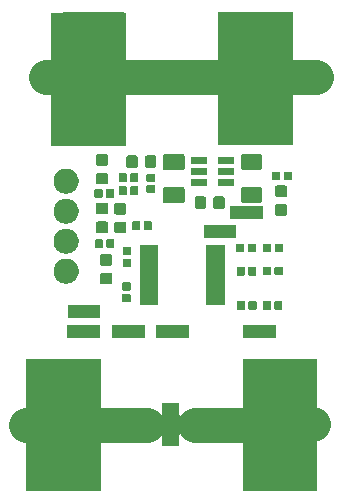
<source format=gbr>
%TF.GenerationSoftware,KiCad,Pcbnew,5.1.5-52549c5~84~ubuntu18.04.1*%
%TF.CreationDate,2020-03-03T14:54:20+01:00*%
%TF.ProjectId,HMC_RF_IPE,484d435f-5246-45f4-9950-452e6b696361,rev?*%
%TF.SameCoordinates,Original*%
%TF.FileFunction,Soldermask,Bot*%
%TF.FilePolarity,Negative*%
%FSLAX46Y46*%
G04 Gerber Fmt 4.6, Leading zero omitted, Abs format (unit mm)*
G04 Created by KiCad (PCBNEW 5.1.5-52549c5~84~ubuntu18.04.1) date 2020-03-03 14:54:20*
%MOMM*%
%LPD*%
G04 APERTURE LIST*
%ADD10C,0.100000*%
%ADD11C,3.000000*%
G04 APERTURE END LIST*
D10*
G36*
X136393410Y-97953200D02*
G01*
X130143410Y-97953200D01*
X130143410Y-86793200D01*
X136393410Y-86793200D01*
X136393410Y-97953200D01*
G37*
X136393410Y-97953200D02*
X130143410Y-97953200D01*
X130143410Y-86793200D01*
X136393410Y-86793200D01*
X136393410Y-97953200D01*
G36*
X154703410Y-97953200D02*
G01*
X148453410Y-97953200D01*
X148453410Y-86793200D01*
X154703410Y-86793200D01*
X154703410Y-97953200D01*
G37*
X154703410Y-97953200D02*
X148453410Y-97953200D01*
X148453410Y-86793200D01*
X154703410Y-86793200D01*
X154703410Y-97953200D01*
G36*
X152613410Y-68613200D02*
G01*
X146363410Y-68613200D01*
X146363410Y-57453200D01*
X152613410Y-57453200D01*
X152613410Y-68613200D01*
G37*
X152613410Y-68613200D02*
X146363410Y-68613200D01*
X146363410Y-57453200D01*
X152613410Y-57453200D01*
X152613410Y-68613200D01*
G36*
X138463410Y-68673200D02*
G01*
X132213410Y-68673200D01*
X132213410Y-57513200D01*
X138463410Y-57513200D01*
X138463410Y-68673200D01*
G37*
X138463410Y-68673200D02*
X132213410Y-68673200D01*
X132213410Y-57513200D01*
X138463410Y-57513200D01*
X138463410Y-68673200D01*
D11*
X154673410Y-62983200D02*
X131813410Y-62993200D01*
X140393410Y-92373200D02*
X130103410Y-92373200D01*
X154433410Y-92363200D02*
X144403410Y-92373200D01*
D10*
G36*
X153854410Y-97949200D02*
G01*
X148672410Y-97949200D01*
X148672410Y-95437200D01*
X153854410Y-95437200D01*
X153854410Y-97949200D01*
G37*
G36*
X136134410Y-97949200D02*
G01*
X130952410Y-97949200D01*
X130952410Y-95437200D01*
X136134410Y-95437200D01*
X136134410Y-97949200D01*
G37*
G36*
X143076809Y-91447201D02*
G01*
X143079211Y-91471587D01*
X143086324Y-91495036D01*
X143097875Y-91516647D01*
X143113420Y-91535589D01*
X143132362Y-91551134D01*
X143153973Y-91562685D01*
X143176954Y-91569656D01*
X143183925Y-91592637D01*
X143195476Y-91614248D01*
X143211021Y-91633190D01*
X143229963Y-91648735D01*
X143251574Y-91660286D01*
X143275023Y-91667399D01*
X143299409Y-91669801D01*
X144230810Y-91669801D01*
X144230810Y-93076599D01*
X143299409Y-93076599D01*
X143275023Y-93079001D01*
X143251574Y-93086114D01*
X143229963Y-93097665D01*
X143211021Y-93113210D01*
X143195476Y-93132152D01*
X143183925Y-93153763D01*
X143176954Y-93176744D01*
X143153973Y-93183715D01*
X143132362Y-93195266D01*
X143113420Y-93210811D01*
X143097875Y-93229753D01*
X143086324Y-93251364D01*
X143079211Y-93274813D01*
X143076809Y-93299199D01*
X143076809Y-94230600D01*
X141670011Y-94230600D01*
X141670011Y-93299199D01*
X141667609Y-93274813D01*
X141660496Y-93251364D01*
X141648945Y-93229753D01*
X141633400Y-93210811D01*
X141614458Y-93195266D01*
X141592847Y-93183715D01*
X141569866Y-93176744D01*
X141562895Y-93153763D01*
X141551344Y-93132152D01*
X141535799Y-93113210D01*
X141516857Y-93097665D01*
X141495246Y-93086114D01*
X141471797Y-93079001D01*
X141447411Y-93076599D01*
X140516010Y-93076599D01*
X140516010Y-91669801D01*
X141447411Y-91669801D01*
X141471797Y-91667399D01*
X141495246Y-91660286D01*
X141516857Y-91648735D01*
X141535799Y-91633190D01*
X141551344Y-91614248D01*
X141562895Y-91592637D01*
X141569866Y-91569656D01*
X141592847Y-91562685D01*
X141614458Y-91551134D01*
X141633400Y-91535589D01*
X141648945Y-91516647D01*
X141660496Y-91495036D01*
X141667609Y-91471587D01*
X141670011Y-91447201D01*
X141670011Y-90515800D01*
X143076809Y-90515800D01*
X143076809Y-91447201D01*
G37*
G36*
X153849410Y-92678200D02*
G01*
X151397410Y-92678200D01*
X151397410Y-92068200D01*
X153849410Y-92068200D01*
X153849410Y-92678200D01*
G37*
G36*
X133404410Y-92668200D02*
G01*
X130952410Y-92668200D01*
X130952410Y-92058200D01*
X133404410Y-92058200D01*
X133404410Y-92668200D01*
G37*
G36*
X153854410Y-89309200D02*
G01*
X148672410Y-89309200D01*
X148672410Y-86797200D01*
X153854410Y-86797200D01*
X153854410Y-89309200D01*
G37*
G36*
X136134410Y-89309200D02*
G01*
X130952410Y-89309200D01*
X130952410Y-86797200D01*
X136134410Y-86797200D01*
X136134410Y-89309200D01*
G37*
G36*
X143926076Y-85034200D02*
G01*
X141154076Y-85034200D01*
X141154076Y-83912200D01*
X143926076Y-83912200D01*
X143926076Y-85034200D01*
G37*
G36*
X140162743Y-85034200D02*
G01*
X137390743Y-85034200D01*
X137390743Y-83912200D01*
X140162743Y-83912200D01*
X140162743Y-85034200D01*
G37*
G36*
X151259410Y-85034200D02*
G01*
X148487410Y-85034200D01*
X148487410Y-83912200D01*
X151259410Y-83912200D01*
X151259410Y-85034200D01*
G37*
G36*
X136399410Y-85034200D02*
G01*
X133627410Y-85034200D01*
X133627410Y-83912200D01*
X136399410Y-83912200D01*
X136399410Y-85034200D01*
G37*
G36*
X136409410Y-83384200D02*
G01*
X133637410Y-83384200D01*
X133637410Y-82262200D01*
X136409410Y-82262200D01*
X136409410Y-83384200D01*
G37*
G36*
X151734758Y-81924116D02*
G01*
X151755377Y-81930371D01*
X151774373Y-81940524D01*
X151791028Y-81954192D01*
X151804696Y-81970847D01*
X151814849Y-81989843D01*
X151821104Y-82010462D01*
X151823820Y-82038040D01*
X151823820Y-82546760D01*
X151821104Y-82574338D01*
X151814849Y-82594957D01*
X151804696Y-82613953D01*
X151791028Y-82630608D01*
X151774373Y-82644276D01*
X151755377Y-82654429D01*
X151734758Y-82660684D01*
X151707180Y-82663400D01*
X151248460Y-82663400D01*
X151220882Y-82660684D01*
X151200263Y-82654429D01*
X151181267Y-82644276D01*
X151164612Y-82630608D01*
X151150944Y-82613953D01*
X151140791Y-82594957D01*
X151134536Y-82574338D01*
X151131820Y-82546760D01*
X151131820Y-82038040D01*
X151134536Y-82010462D01*
X151140791Y-81989843D01*
X151150944Y-81970847D01*
X151164612Y-81954192D01*
X151181267Y-81940524D01*
X151200263Y-81930371D01*
X151220882Y-81924116D01*
X151248460Y-81921400D01*
X151707180Y-81921400D01*
X151734758Y-81924116D01*
G37*
G36*
X150764758Y-81924116D02*
G01*
X150785377Y-81930371D01*
X150804373Y-81940524D01*
X150821028Y-81954192D01*
X150834696Y-81970847D01*
X150844849Y-81989843D01*
X150851104Y-82010462D01*
X150853820Y-82038040D01*
X150853820Y-82546760D01*
X150851104Y-82574338D01*
X150844849Y-82594957D01*
X150834696Y-82613953D01*
X150821028Y-82630608D01*
X150804373Y-82644276D01*
X150785377Y-82654429D01*
X150764758Y-82660684D01*
X150737180Y-82663400D01*
X150278460Y-82663400D01*
X150250882Y-82660684D01*
X150230263Y-82654429D01*
X150211267Y-82644276D01*
X150194612Y-82630608D01*
X150180944Y-82613953D01*
X150170791Y-82594957D01*
X150164536Y-82574338D01*
X150161820Y-82546760D01*
X150161820Y-82038040D01*
X150164536Y-82010462D01*
X150170791Y-81989843D01*
X150180944Y-81970847D01*
X150194612Y-81954192D01*
X150211267Y-81940524D01*
X150230263Y-81930371D01*
X150250882Y-81924116D01*
X150278460Y-81921400D01*
X150737180Y-81921400D01*
X150764758Y-81924116D01*
G37*
G36*
X148580758Y-81924116D02*
G01*
X148601377Y-81930371D01*
X148620373Y-81940524D01*
X148637028Y-81954192D01*
X148650696Y-81970847D01*
X148660849Y-81989843D01*
X148667104Y-82010462D01*
X148669820Y-82038040D01*
X148669820Y-82546760D01*
X148667104Y-82574338D01*
X148660849Y-82594957D01*
X148650696Y-82613953D01*
X148637028Y-82630608D01*
X148620373Y-82644276D01*
X148601377Y-82654429D01*
X148580758Y-82660684D01*
X148553180Y-82663400D01*
X148094460Y-82663400D01*
X148066882Y-82660684D01*
X148046263Y-82654429D01*
X148027267Y-82644276D01*
X148010612Y-82630608D01*
X147996944Y-82613953D01*
X147986791Y-82594957D01*
X147980536Y-82574338D01*
X147977820Y-82546760D01*
X147977820Y-82038040D01*
X147980536Y-82010462D01*
X147986791Y-81989843D01*
X147996944Y-81970847D01*
X148010612Y-81954192D01*
X148027267Y-81940524D01*
X148046263Y-81930371D01*
X148066882Y-81924116D01*
X148094460Y-81921400D01*
X148553180Y-81921400D01*
X148580758Y-81924116D01*
G37*
G36*
X149550758Y-81924116D02*
G01*
X149571377Y-81930371D01*
X149590373Y-81940524D01*
X149607028Y-81954192D01*
X149620696Y-81970847D01*
X149630849Y-81989843D01*
X149637104Y-82010462D01*
X149639820Y-82038040D01*
X149639820Y-82546760D01*
X149637104Y-82574338D01*
X149630849Y-82594957D01*
X149620696Y-82613953D01*
X149607028Y-82630608D01*
X149590373Y-82644276D01*
X149571377Y-82654429D01*
X149550758Y-82660684D01*
X149523180Y-82663400D01*
X149064460Y-82663400D01*
X149036882Y-82660684D01*
X149016263Y-82654429D01*
X148997267Y-82644276D01*
X148980612Y-82630608D01*
X148966944Y-82613953D01*
X148956791Y-82594957D01*
X148950536Y-82574338D01*
X148947820Y-82546760D01*
X148947820Y-82038040D01*
X148950536Y-82010462D01*
X148956791Y-81989843D01*
X148966944Y-81970847D01*
X148980612Y-81954192D01*
X148997267Y-81940524D01*
X149016263Y-81930371D01*
X149036882Y-81924116D01*
X149064460Y-81921400D01*
X149523180Y-81921400D01*
X149550758Y-81924116D01*
G37*
G36*
X146958410Y-82218999D02*
G01*
X145383210Y-82218999D01*
X145383210Y-77211401D01*
X146958410Y-77211401D01*
X146958410Y-82218999D01*
G37*
G36*
X141319610Y-82218999D02*
G01*
X139744410Y-82218999D01*
X139744410Y-77211401D01*
X141319610Y-77211401D01*
X141319610Y-82218999D01*
G37*
G36*
X138895348Y-81319916D02*
G01*
X138915967Y-81326171D01*
X138934963Y-81336324D01*
X138951618Y-81349992D01*
X138965286Y-81366647D01*
X138975439Y-81385643D01*
X138981694Y-81406262D01*
X138984410Y-81433840D01*
X138984410Y-81892560D01*
X138981694Y-81920138D01*
X138975439Y-81940757D01*
X138965286Y-81959753D01*
X138951618Y-81976408D01*
X138934963Y-81990076D01*
X138915967Y-82000229D01*
X138895348Y-82006484D01*
X138867770Y-82009200D01*
X138359050Y-82009200D01*
X138331472Y-82006484D01*
X138310853Y-82000229D01*
X138291857Y-81990076D01*
X138275202Y-81976408D01*
X138261534Y-81959753D01*
X138251381Y-81940757D01*
X138245126Y-81920138D01*
X138242410Y-81892560D01*
X138242410Y-81433840D01*
X138245126Y-81406262D01*
X138251381Y-81385643D01*
X138261534Y-81366647D01*
X138275202Y-81349992D01*
X138291857Y-81336324D01*
X138310853Y-81326171D01*
X138331472Y-81319916D01*
X138359050Y-81317200D01*
X138867770Y-81317200D01*
X138895348Y-81319916D01*
G37*
G36*
X138895348Y-80349916D02*
G01*
X138915967Y-80356171D01*
X138934963Y-80366324D01*
X138951618Y-80379992D01*
X138965286Y-80396647D01*
X138975439Y-80415643D01*
X138981694Y-80436262D01*
X138984410Y-80463840D01*
X138984410Y-80922560D01*
X138981694Y-80950138D01*
X138975439Y-80970757D01*
X138965286Y-80989753D01*
X138951618Y-81006408D01*
X138934963Y-81020076D01*
X138915967Y-81030229D01*
X138895348Y-81036484D01*
X138867770Y-81039200D01*
X138359050Y-81039200D01*
X138331472Y-81036484D01*
X138310853Y-81030229D01*
X138291857Y-81020076D01*
X138275202Y-81006408D01*
X138261534Y-80989753D01*
X138251381Y-80970757D01*
X138245126Y-80950138D01*
X138242410Y-80922560D01*
X138242410Y-80463840D01*
X138245126Y-80436262D01*
X138251381Y-80415643D01*
X138261534Y-80396647D01*
X138275202Y-80379992D01*
X138291857Y-80366324D01*
X138310853Y-80356171D01*
X138331472Y-80349916D01*
X138359050Y-80347200D01*
X138867770Y-80347200D01*
X138895348Y-80349916D01*
G37*
G36*
X137283001Y-79526285D02*
G01*
X137316979Y-79536593D01*
X137348300Y-79553334D01*
X137375749Y-79575861D01*
X137398276Y-79603310D01*
X137415017Y-79634631D01*
X137425325Y-79668609D01*
X137429410Y-79710090D01*
X137429410Y-80311310D01*
X137425325Y-80352791D01*
X137415017Y-80386769D01*
X137398276Y-80418090D01*
X137375749Y-80445539D01*
X137348300Y-80468066D01*
X137316979Y-80484807D01*
X137283001Y-80495115D01*
X137241520Y-80499200D01*
X136565300Y-80499200D01*
X136523819Y-80495115D01*
X136489841Y-80484807D01*
X136458520Y-80468066D01*
X136431071Y-80445539D01*
X136408544Y-80418090D01*
X136391803Y-80386769D01*
X136381495Y-80352791D01*
X136377410Y-80311310D01*
X136377410Y-79710090D01*
X136381495Y-79668609D01*
X136391803Y-79634631D01*
X136408544Y-79603310D01*
X136431071Y-79575861D01*
X136458520Y-79553334D01*
X136489841Y-79536593D01*
X136523819Y-79526285D01*
X136565300Y-79522200D01*
X137241520Y-79522200D01*
X137283001Y-79526285D01*
G37*
G36*
X133732494Y-78354992D02*
G01*
X133822892Y-78372973D01*
X133885934Y-78399086D01*
X134015983Y-78452954D01*
X134189756Y-78569065D01*
X134337545Y-78716854D01*
X134453656Y-78890627D01*
X134483853Y-78963529D01*
X134530801Y-79076871D01*
X134533637Y-79083719D01*
X134574410Y-79288699D01*
X134574410Y-79497701D01*
X134563344Y-79553334D01*
X134533637Y-79702682D01*
X134520487Y-79734429D01*
X134453656Y-79895773D01*
X134337545Y-80069546D01*
X134189756Y-80217335D01*
X134015983Y-80333446D01*
X133950985Y-80360369D01*
X133822892Y-80413427D01*
X133769305Y-80424086D01*
X133617911Y-80454200D01*
X133408909Y-80454200D01*
X133257515Y-80424086D01*
X133203928Y-80413427D01*
X133075835Y-80360369D01*
X133010837Y-80333446D01*
X132837064Y-80217335D01*
X132689275Y-80069546D01*
X132573164Y-79895773D01*
X132506333Y-79734429D01*
X132493183Y-79702682D01*
X132463476Y-79553334D01*
X132452410Y-79497701D01*
X132452410Y-79288699D01*
X132493183Y-79083719D01*
X132496020Y-79076871D01*
X132542967Y-78963529D01*
X132573164Y-78890627D01*
X132689275Y-78716854D01*
X132837064Y-78569065D01*
X133010837Y-78452954D01*
X133140886Y-78399086D01*
X133203928Y-78372973D01*
X133294326Y-78354992D01*
X133408909Y-78332200D01*
X133617911Y-78332200D01*
X133732494Y-78354992D01*
G37*
G36*
X149535348Y-79028916D02*
G01*
X149555967Y-79035171D01*
X149574963Y-79045324D01*
X149591618Y-79058992D01*
X149605286Y-79075647D01*
X149615439Y-79094643D01*
X149621694Y-79115262D01*
X149624410Y-79142840D01*
X149624410Y-79651560D01*
X149621694Y-79679138D01*
X149615439Y-79699757D01*
X149605286Y-79718753D01*
X149591618Y-79735408D01*
X149574963Y-79749076D01*
X149555967Y-79759229D01*
X149535348Y-79765484D01*
X149507770Y-79768200D01*
X149049050Y-79768200D01*
X149021472Y-79765484D01*
X149000853Y-79759229D01*
X148981857Y-79749076D01*
X148965202Y-79735408D01*
X148951534Y-79718753D01*
X148941381Y-79699757D01*
X148935126Y-79679138D01*
X148932410Y-79651560D01*
X148932410Y-79142840D01*
X148935126Y-79115262D01*
X148941381Y-79094643D01*
X148951534Y-79075647D01*
X148965202Y-79058992D01*
X148981857Y-79045324D01*
X149000853Y-79035171D01*
X149021472Y-79028916D01*
X149049050Y-79026200D01*
X149507770Y-79026200D01*
X149535348Y-79028916D01*
G37*
G36*
X148565348Y-79028916D02*
G01*
X148585967Y-79035171D01*
X148604963Y-79045324D01*
X148621618Y-79058992D01*
X148635286Y-79075647D01*
X148645439Y-79094643D01*
X148651694Y-79115262D01*
X148654410Y-79142840D01*
X148654410Y-79651560D01*
X148651694Y-79679138D01*
X148645439Y-79699757D01*
X148635286Y-79718753D01*
X148621618Y-79735408D01*
X148604963Y-79749076D01*
X148585967Y-79759229D01*
X148565348Y-79765484D01*
X148537770Y-79768200D01*
X148079050Y-79768200D01*
X148051472Y-79765484D01*
X148030853Y-79759229D01*
X148011857Y-79749076D01*
X147995202Y-79735408D01*
X147981534Y-79718753D01*
X147971381Y-79699757D01*
X147965126Y-79679138D01*
X147962410Y-79651560D01*
X147962410Y-79142840D01*
X147965126Y-79115262D01*
X147971381Y-79094643D01*
X147981534Y-79075647D01*
X147995202Y-79058992D01*
X148011857Y-79045324D01*
X148030853Y-79035171D01*
X148051472Y-79028916D01*
X148079050Y-79026200D01*
X148537770Y-79026200D01*
X148565348Y-79028916D01*
G37*
G36*
X151754758Y-79004116D02*
G01*
X151775377Y-79010371D01*
X151794373Y-79020524D01*
X151811028Y-79034192D01*
X151824696Y-79050847D01*
X151834849Y-79069843D01*
X151841104Y-79090462D01*
X151843820Y-79118040D01*
X151843820Y-79626760D01*
X151841104Y-79654338D01*
X151834849Y-79674957D01*
X151824696Y-79693953D01*
X151811028Y-79710608D01*
X151794373Y-79724276D01*
X151775377Y-79734429D01*
X151754758Y-79740684D01*
X151727180Y-79743400D01*
X151268460Y-79743400D01*
X151240882Y-79740684D01*
X151220263Y-79734429D01*
X151201267Y-79724276D01*
X151184612Y-79710608D01*
X151170944Y-79693953D01*
X151160791Y-79674957D01*
X151154536Y-79654338D01*
X151151820Y-79626760D01*
X151151820Y-79118040D01*
X151154536Y-79090462D01*
X151160791Y-79069843D01*
X151170944Y-79050847D01*
X151184612Y-79034192D01*
X151201267Y-79020524D01*
X151220263Y-79010371D01*
X151240882Y-79004116D01*
X151268460Y-79001400D01*
X151727180Y-79001400D01*
X151754758Y-79004116D01*
G37*
G36*
X150784758Y-79004116D02*
G01*
X150805377Y-79010371D01*
X150824373Y-79020524D01*
X150841028Y-79034192D01*
X150854696Y-79050847D01*
X150864849Y-79069843D01*
X150871104Y-79090462D01*
X150873820Y-79118040D01*
X150873820Y-79626760D01*
X150871104Y-79654338D01*
X150864849Y-79674957D01*
X150854696Y-79693953D01*
X150841028Y-79710608D01*
X150824373Y-79724276D01*
X150805377Y-79734429D01*
X150784758Y-79740684D01*
X150757180Y-79743400D01*
X150298460Y-79743400D01*
X150270882Y-79740684D01*
X150250263Y-79734429D01*
X150231267Y-79724276D01*
X150214612Y-79710608D01*
X150200944Y-79693953D01*
X150190791Y-79674957D01*
X150184536Y-79654338D01*
X150181820Y-79626760D01*
X150181820Y-79118040D01*
X150184536Y-79090462D01*
X150190791Y-79069843D01*
X150200944Y-79050847D01*
X150214612Y-79034192D01*
X150231267Y-79020524D01*
X150250263Y-79010371D01*
X150270882Y-79004116D01*
X150298460Y-79001400D01*
X150757180Y-79001400D01*
X150784758Y-79004116D01*
G37*
G36*
X138955348Y-78324916D02*
G01*
X138975967Y-78331171D01*
X138994963Y-78341324D01*
X139011618Y-78354992D01*
X139025286Y-78371647D01*
X139035439Y-78390643D01*
X139041694Y-78411262D01*
X139044410Y-78438840D01*
X139044410Y-78897560D01*
X139041694Y-78925138D01*
X139035439Y-78945757D01*
X139025286Y-78964753D01*
X139011618Y-78981408D01*
X138994963Y-78995076D01*
X138975967Y-79005229D01*
X138955348Y-79011484D01*
X138927770Y-79014200D01*
X138419050Y-79014200D01*
X138391472Y-79011484D01*
X138370853Y-79005229D01*
X138351857Y-78995076D01*
X138335202Y-78981408D01*
X138321534Y-78964753D01*
X138311381Y-78945757D01*
X138305126Y-78925138D01*
X138302410Y-78897560D01*
X138302410Y-78438840D01*
X138305126Y-78411262D01*
X138311381Y-78390643D01*
X138321534Y-78371647D01*
X138335202Y-78354992D01*
X138351857Y-78341324D01*
X138370853Y-78331171D01*
X138391472Y-78324916D01*
X138419050Y-78322200D01*
X138927770Y-78322200D01*
X138955348Y-78324916D01*
G37*
G36*
X137283001Y-77951285D02*
G01*
X137316979Y-77961593D01*
X137348300Y-77978334D01*
X137375749Y-78000861D01*
X137398276Y-78028310D01*
X137415017Y-78059631D01*
X137425325Y-78093609D01*
X137429410Y-78135090D01*
X137429410Y-78736310D01*
X137425325Y-78777791D01*
X137415017Y-78811769D01*
X137398276Y-78843090D01*
X137375749Y-78870539D01*
X137348300Y-78893066D01*
X137316979Y-78909807D01*
X137283001Y-78920115D01*
X137241520Y-78924200D01*
X136565300Y-78924200D01*
X136523819Y-78920115D01*
X136489841Y-78909807D01*
X136458520Y-78893066D01*
X136431071Y-78870539D01*
X136408544Y-78843090D01*
X136391803Y-78811769D01*
X136381495Y-78777791D01*
X136377410Y-78736310D01*
X136377410Y-78135090D01*
X136381495Y-78093609D01*
X136391803Y-78059631D01*
X136408544Y-78028310D01*
X136431071Y-78000861D01*
X136458520Y-77978334D01*
X136489841Y-77961593D01*
X136523819Y-77951285D01*
X136565300Y-77947200D01*
X137241520Y-77947200D01*
X137283001Y-77951285D01*
G37*
G36*
X138955348Y-77354916D02*
G01*
X138975967Y-77361171D01*
X138994963Y-77371324D01*
X139011618Y-77384992D01*
X139025286Y-77401647D01*
X139035439Y-77420643D01*
X139041694Y-77441262D01*
X139044410Y-77468840D01*
X139044410Y-77927560D01*
X139041694Y-77955138D01*
X139035439Y-77975757D01*
X139025286Y-77994753D01*
X139011618Y-78011408D01*
X138994963Y-78025076D01*
X138975967Y-78035229D01*
X138955348Y-78041484D01*
X138927770Y-78044200D01*
X138419050Y-78044200D01*
X138391472Y-78041484D01*
X138370853Y-78035229D01*
X138351857Y-78025076D01*
X138335202Y-78011408D01*
X138321534Y-77994753D01*
X138311381Y-77975757D01*
X138305126Y-77955138D01*
X138302410Y-77927560D01*
X138302410Y-77468840D01*
X138305126Y-77441262D01*
X138311381Y-77420643D01*
X138321534Y-77401647D01*
X138335202Y-77384992D01*
X138351857Y-77371324D01*
X138370853Y-77361171D01*
X138391472Y-77354916D01*
X138419050Y-77352200D01*
X138927770Y-77352200D01*
X138955348Y-77354916D01*
G37*
G36*
X133754564Y-75819382D02*
G01*
X133822892Y-75832973D01*
X133896660Y-75863529D01*
X134015983Y-75912954D01*
X134189756Y-76029065D01*
X134337545Y-76176854D01*
X134453656Y-76350627D01*
X134533637Y-76543719D01*
X134573251Y-76742871D01*
X134574410Y-76748701D01*
X134574410Y-76957699D01*
X134533637Y-77162682D01*
X134502770Y-77237200D01*
X134453656Y-77355773D01*
X134337545Y-77529546D01*
X134189756Y-77677335D01*
X134015983Y-77793446D01*
X133919437Y-77833436D01*
X133822892Y-77873427D01*
X133754564Y-77887018D01*
X133617911Y-77914200D01*
X133408909Y-77914200D01*
X133272256Y-77887018D01*
X133203928Y-77873427D01*
X133107383Y-77833436D01*
X133010837Y-77793446D01*
X132837064Y-77677335D01*
X132689275Y-77529546D01*
X132573164Y-77355773D01*
X132524050Y-77237200D01*
X132493183Y-77162682D01*
X132452410Y-76957699D01*
X132452410Y-76748701D01*
X132453570Y-76742871D01*
X132493183Y-76543719D01*
X132573164Y-76350627D01*
X132689275Y-76176854D01*
X132837064Y-76029065D01*
X133010837Y-75912954D01*
X133130160Y-75863529D01*
X133203928Y-75832973D01*
X133272256Y-75819382D01*
X133408909Y-75792200D01*
X133617911Y-75792200D01*
X133754564Y-75819382D01*
G37*
G36*
X148505348Y-77066916D02*
G01*
X148525967Y-77073171D01*
X148544963Y-77083324D01*
X148561618Y-77096992D01*
X148575286Y-77113647D01*
X148585439Y-77132643D01*
X148591694Y-77153262D01*
X148594410Y-77180840D01*
X148594410Y-77689560D01*
X148591694Y-77717138D01*
X148585439Y-77737757D01*
X148575286Y-77756753D01*
X148561618Y-77773408D01*
X148544963Y-77787076D01*
X148525967Y-77797229D01*
X148505348Y-77803484D01*
X148477770Y-77806200D01*
X148019050Y-77806200D01*
X147991472Y-77803484D01*
X147970853Y-77797229D01*
X147951857Y-77787076D01*
X147935202Y-77773408D01*
X147921534Y-77756753D01*
X147911381Y-77737757D01*
X147905126Y-77717138D01*
X147902410Y-77689560D01*
X147902410Y-77180840D01*
X147905126Y-77153262D01*
X147911381Y-77132643D01*
X147921534Y-77113647D01*
X147935202Y-77096992D01*
X147951857Y-77083324D01*
X147970853Y-77073171D01*
X147991472Y-77066916D01*
X148019050Y-77064200D01*
X148477770Y-77064200D01*
X148505348Y-77066916D01*
G37*
G36*
X149475348Y-77066916D02*
G01*
X149495967Y-77073171D01*
X149514963Y-77083324D01*
X149531618Y-77096992D01*
X149545286Y-77113647D01*
X149555439Y-77132643D01*
X149561694Y-77153262D01*
X149564410Y-77180840D01*
X149564410Y-77689560D01*
X149561694Y-77717138D01*
X149555439Y-77737757D01*
X149545286Y-77756753D01*
X149531618Y-77773408D01*
X149514963Y-77787076D01*
X149495967Y-77797229D01*
X149475348Y-77803484D01*
X149447770Y-77806200D01*
X148989050Y-77806200D01*
X148961472Y-77803484D01*
X148940853Y-77797229D01*
X148921857Y-77787076D01*
X148905202Y-77773408D01*
X148891534Y-77756753D01*
X148881381Y-77737757D01*
X148875126Y-77717138D01*
X148872410Y-77689560D01*
X148872410Y-77180840D01*
X148875126Y-77153262D01*
X148881381Y-77132643D01*
X148891534Y-77113647D01*
X148905202Y-77096992D01*
X148921857Y-77083324D01*
X148940853Y-77073171D01*
X148961472Y-77066916D01*
X148989050Y-77064200D01*
X149447770Y-77064200D01*
X149475348Y-77066916D01*
G37*
G36*
X151765348Y-77056916D02*
G01*
X151785967Y-77063171D01*
X151804963Y-77073324D01*
X151821618Y-77086992D01*
X151835286Y-77103647D01*
X151845439Y-77122643D01*
X151851694Y-77143262D01*
X151854410Y-77170840D01*
X151854410Y-77679560D01*
X151851694Y-77707138D01*
X151845439Y-77727757D01*
X151835286Y-77746753D01*
X151821618Y-77763408D01*
X151804963Y-77777076D01*
X151785967Y-77787229D01*
X151765348Y-77793484D01*
X151737770Y-77796200D01*
X151279050Y-77796200D01*
X151251472Y-77793484D01*
X151230853Y-77787229D01*
X151211857Y-77777076D01*
X151195202Y-77763408D01*
X151181534Y-77746753D01*
X151171381Y-77727757D01*
X151165126Y-77707138D01*
X151162410Y-77679560D01*
X151162410Y-77170840D01*
X151165126Y-77143262D01*
X151171381Y-77122643D01*
X151181534Y-77103647D01*
X151195202Y-77086992D01*
X151211857Y-77073324D01*
X151230853Y-77063171D01*
X151251472Y-77056916D01*
X151279050Y-77054200D01*
X151737770Y-77054200D01*
X151765348Y-77056916D01*
G37*
G36*
X150795348Y-77056916D02*
G01*
X150815967Y-77063171D01*
X150834963Y-77073324D01*
X150851618Y-77086992D01*
X150865286Y-77103647D01*
X150875439Y-77122643D01*
X150881694Y-77143262D01*
X150884410Y-77170840D01*
X150884410Y-77679560D01*
X150881694Y-77707138D01*
X150875439Y-77727757D01*
X150865286Y-77746753D01*
X150851618Y-77763408D01*
X150834963Y-77777076D01*
X150815967Y-77787229D01*
X150795348Y-77793484D01*
X150767770Y-77796200D01*
X150309050Y-77796200D01*
X150281472Y-77793484D01*
X150260853Y-77787229D01*
X150241857Y-77777076D01*
X150225202Y-77763408D01*
X150211534Y-77746753D01*
X150201381Y-77727757D01*
X150195126Y-77707138D01*
X150192410Y-77679560D01*
X150192410Y-77170840D01*
X150195126Y-77143262D01*
X150201381Y-77122643D01*
X150211534Y-77103647D01*
X150225202Y-77086992D01*
X150241857Y-77073324D01*
X150260853Y-77063171D01*
X150281472Y-77056916D01*
X150309050Y-77054200D01*
X150767770Y-77054200D01*
X150795348Y-77056916D01*
G37*
G36*
X137515348Y-76694916D02*
G01*
X137535967Y-76701171D01*
X137554963Y-76711324D01*
X137571618Y-76724992D01*
X137585286Y-76741647D01*
X137595439Y-76760643D01*
X137601694Y-76781262D01*
X137604410Y-76808840D01*
X137604410Y-77317560D01*
X137601694Y-77345138D01*
X137595439Y-77365757D01*
X137585286Y-77384753D01*
X137571618Y-77401408D01*
X137554963Y-77415076D01*
X137535967Y-77425229D01*
X137515348Y-77431484D01*
X137487770Y-77434200D01*
X137029050Y-77434200D01*
X137001472Y-77431484D01*
X136980853Y-77425229D01*
X136961857Y-77415076D01*
X136945202Y-77401408D01*
X136931534Y-77384753D01*
X136921381Y-77365757D01*
X136915126Y-77345138D01*
X136912410Y-77317560D01*
X136912410Y-76808840D01*
X136915126Y-76781262D01*
X136921381Y-76760643D01*
X136931534Y-76741647D01*
X136945202Y-76724992D01*
X136961857Y-76711324D01*
X136980853Y-76701171D01*
X137001472Y-76694916D01*
X137029050Y-76692200D01*
X137487770Y-76692200D01*
X137515348Y-76694916D01*
G37*
G36*
X136545348Y-76694916D02*
G01*
X136565967Y-76701171D01*
X136584963Y-76711324D01*
X136601618Y-76724992D01*
X136615286Y-76741647D01*
X136625439Y-76760643D01*
X136631694Y-76781262D01*
X136634410Y-76808840D01*
X136634410Y-77317560D01*
X136631694Y-77345138D01*
X136625439Y-77365757D01*
X136615286Y-77384753D01*
X136601618Y-77401408D01*
X136584963Y-77415076D01*
X136565967Y-77425229D01*
X136545348Y-77431484D01*
X136517770Y-77434200D01*
X136059050Y-77434200D01*
X136031472Y-77431484D01*
X136010853Y-77425229D01*
X135991857Y-77415076D01*
X135975202Y-77401408D01*
X135961534Y-77384753D01*
X135951381Y-77365757D01*
X135945126Y-77345138D01*
X135942410Y-77317560D01*
X135942410Y-76808840D01*
X135945126Y-76781262D01*
X135951381Y-76760643D01*
X135961534Y-76741647D01*
X135975202Y-76724992D01*
X135991857Y-76711324D01*
X136010853Y-76701171D01*
X136031472Y-76694916D01*
X136059050Y-76692200D01*
X136517770Y-76692200D01*
X136545348Y-76694916D01*
G37*
G36*
X147919410Y-76594200D02*
G01*
X145147410Y-76594200D01*
X145147410Y-75472200D01*
X147919410Y-75472200D01*
X147919410Y-76594200D01*
G37*
G36*
X138463001Y-75196285D02*
G01*
X138496979Y-75206593D01*
X138528300Y-75223334D01*
X138555749Y-75245861D01*
X138578276Y-75273310D01*
X138595017Y-75304631D01*
X138605325Y-75338609D01*
X138609410Y-75380090D01*
X138609410Y-75981310D01*
X138605325Y-76022791D01*
X138595017Y-76056769D01*
X138578276Y-76088090D01*
X138555749Y-76115539D01*
X138528300Y-76138066D01*
X138496979Y-76154807D01*
X138463001Y-76165115D01*
X138421520Y-76169200D01*
X137745300Y-76169200D01*
X137703819Y-76165115D01*
X137669841Y-76154807D01*
X137638520Y-76138066D01*
X137611071Y-76115539D01*
X137588544Y-76088090D01*
X137571803Y-76056769D01*
X137561495Y-76022791D01*
X137557410Y-75981310D01*
X137557410Y-75380090D01*
X137561495Y-75338609D01*
X137571803Y-75304631D01*
X137588544Y-75273310D01*
X137611071Y-75245861D01*
X137638520Y-75223334D01*
X137669841Y-75206593D01*
X137703819Y-75196285D01*
X137745300Y-75192200D01*
X138421520Y-75192200D01*
X138463001Y-75196285D01*
G37*
G36*
X136923001Y-75186285D02*
G01*
X136956979Y-75196593D01*
X136988300Y-75213334D01*
X137015749Y-75235861D01*
X137038276Y-75263310D01*
X137055017Y-75294631D01*
X137065325Y-75328609D01*
X137069410Y-75370090D01*
X137069410Y-75971310D01*
X137065325Y-76012791D01*
X137055017Y-76046769D01*
X137038276Y-76078090D01*
X137015749Y-76105539D01*
X136988300Y-76128066D01*
X136956979Y-76144807D01*
X136923001Y-76155115D01*
X136881520Y-76159200D01*
X136205300Y-76159200D01*
X136163819Y-76155115D01*
X136129841Y-76144807D01*
X136098520Y-76128066D01*
X136071071Y-76105539D01*
X136048544Y-76078090D01*
X136031803Y-76046769D01*
X136021495Y-76012791D01*
X136017410Y-75971310D01*
X136017410Y-75370090D01*
X136021495Y-75328609D01*
X136031803Y-75294631D01*
X136048544Y-75263310D01*
X136071071Y-75235861D01*
X136098520Y-75213334D01*
X136129841Y-75196593D01*
X136163819Y-75186285D01*
X136205300Y-75182200D01*
X136881520Y-75182200D01*
X136923001Y-75186285D01*
G37*
G36*
X140680348Y-75174916D02*
G01*
X140700967Y-75181171D01*
X140719963Y-75191324D01*
X140736618Y-75204992D01*
X140750286Y-75221647D01*
X140760439Y-75240643D01*
X140766694Y-75261262D01*
X140769410Y-75288840D01*
X140769410Y-75797560D01*
X140766694Y-75825138D01*
X140760439Y-75845757D01*
X140750286Y-75864753D01*
X140736618Y-75881408D01*
X140719963Y-75895076D01*
X140700967Y-75905229D01*
X140680348Y-75911484D01*
X140652770Y-75914200D01*
X140194050Y-75914200D01*
X140166472Y-75911484D01*
X140145853Y-75905229D01*
X140126857Y-75895076D01*
X140110202Y-75881408D01*
X140096534Y-75864753D01*
X140086381Y-75845757D01*
X140080126Y-75825138D01*
X140077410Y-75797560D01*
X140077410Y-75288840D01*
X140080126Y-75261262D01*
X140086381Y-75240643D01*
X140096534Y-75221647D01*
X140110202Y-75204992D01*
X140126857Y-75191324D01*
X140145853Y-75181171D01*
X140166472Y-75174916D01*
X140194050Y-75172200D01*
X140652770Y-75172200D01*
X140680348Y-75174916D01*
G37*
G36*
X139710348Y-75174916D02*
G01*
X139730967Y-75181171D01*
X139749963Y-75191324D01*
X139766618Y-75204992D01*
X139780286Y-75221647D01*
X139790439Y-75240643D01*
X139796694Y-75261262D01*
X139799410Y-75288840D01*
X139799410Y-75797560D01*
X139796694Y-75825138D01*
X139790439Y-75845757D01*
X139780286Y-75864753D01*
X139766618Y-75881408D01*
X139749963Y-75895076D01*
X139730967Y-75905229D01*
X139710348Y-75911484D01*
X139682770Y-75914200D01*
X139224050Y-75914200D01*
X139196472Y-75911484D01*
X139175853Y-75905229D01*
X139156857Y-75895076D01*
X139140202Y-75881408D01*
X139126534Y-75864753D01*
X139116381Y-75845757D01*
X139110126Y-75825138D01*
X139107410Y-75797560D01*
X139107410Y-75288840D01*
X139110126Y-75261262D01*
X139116381Y-75240643D01*
X139126534Y-75221647D01*
X139140202Y-75204992D01*
X139156857Y-75191324D01*
X139175853Y-75181171D01*
X139196472Y-75174916D01*
X139224050Y-75172200D01*
X139682770Y-75172200D01*
X139710348Y-75174916D01*
G37*
G36*
X133754564Y-73279382D02*
G01*
X133822892Y-73292973D01*
X133919437Y-73332963D01*
X134015983Y-73372954D01*
X134189756Y-73489065D01*
X134337545Y-73636854D01*
X134453656Y-73810627D01*
X134470565Y-73851450D01*
X134533637Y-74003718D01*
X134543945Y-74055539D01*
X134574410Y-74208699D01*
X134574410Y-74417701D01*
X134549976Y-74540539D01*
X134542770Y-74576769D01*
X134533637Y-74622681D01*
X134453656Y-74815773D01*
X134337545Y-74989546D01*
X134189756Y-75137335D01*
X134015983Y-75253446D01*
X133930534Y-75288840D01*
X133822892Y-75333427D01*
X133774865Y-75342980D01*
X133617911Y-75374200D01*
X133408909Y-75374200D01*
X133251955Y-75342980D01*
X133203928Y-75333427D01*
X133096286Y-75288840D01*
X133010837Y-75253446D01*
X132837064Y-75137335D01*
X132689275Y-74989546D01*
X132573164Y-74815773D01*
X132493183Y-74622681D01*
X132484051Y-74576769D01*
X132476844Y-74540539D01*
X132452410Y-74417701D01*
X132452410Y-74208699D01*
X132482875Y-74055539D01*
X132493183Y-74003718D01*
X132556255Y-73851450D01*
X132573164Y-73810627D01*
X132689275Y-73636854D01*
X132837064Y-73489065D01*
X133010837Y-73372954D01*
X133107383Y-73332963D01*
X133203928Y-73292973D01*
X133272256Y-73279382D01*
X133408909Y-73252200D01*
X133617911Y-73252200D01*
X133754564Y-73279382D01*
G37*
G36*
X150189410Y-74984200D02*
G01*
X147417410Y-74984200D01*
X147417410Y-73862200D01*
X150189410Y-73862200D01*
X150189410Y-74984200D01*
G37*
G36*
X152093001Y-73716285D02*
G01*
X152126979Y-73726593D01*
X152158300Y-73743334D01*
X152185749Y-73765861D01*
X152208276Y-73793310D01*
X152225017Y-73824631D01*
X152235325Y-73858609D01*
X152239410Y-73900090D01*
X152239410Y-74501310D01*
X152235325Y-74542791D01*
X152225017Y-74576769D01*
X152208276Y-74608090D01*
X152185749Y-74635539D01*
X152158300Y-74658066D01*
X152126979Y-74674807D01*
X152093001Y-74685115D01*
X152051520Y-74689200D01*
X151375300Y-74689200D01*
X151333819Y-74685115D01*
X151299841Y-74674807D01*
X151268520Y-74658066D01*
X151241071Y-74635539D01*
X151218544Y-74608090D01*
X151201803Y-74576769D01*
X151191495Y-74542791D01*
X151187410Y-74501310D01*
X151187410Y-73900090D01*
X151191495Y-73858609D01*
X151201803Y-73824631D01*
X151218544Y-73793310D01*
X151241071Y-73765861D01*
X151268520Y-73743334D01*
X151299841Y-73726593D01*
X151333819Y-73716285D01*
X151375300Y-73712200D01*
X152051520Y-73712200D01*
X152093001Y-73716285D01*
G37*
G36*
X138463001Y-73621285D02*
G01*
X138496979Y-73631593D01*
X138528300Y-73648334D01*
X138555749Y-73670861D01*
X138578276Y-73698310D01*
X138595017Y-73729631D01*
X138605325Y-73763609D01*
X138609410Y-73805090D01*
X138609410Y-74406310D01*
X138605325Y-74447791D01*
X138595017Y-74481769D01*
X138578276Y-74513090D01*
X138555749Y-74540539D01*
X138528300Y-74563066D01*
X138496979Y-74579807D01*
X138463001Y-74590115D01*
X138421520Y-74594200D01*
X137745300Y-74594200D01*
X137703819Y-74590115D01*
X137669841Y-74579807D01*
X137638520Y-74563066D01*
X137611071Y-74540539D01*
X137588544Y-74513090D01*
X137571803Y-74481769D01*
X137561495Y-74447791D01*
X137557410Y-74406310D01*
X137557410Y-73805090D01*
X137561495Y-73763609D01*
X137571803Y-73729631D01*
X137588544Y-73698310D01*
X137611071Y-73670861D01*
X137638520Y-73648334D01*
X137669841Y-73631593D01*
X137703819Y-73621285D01*
X137745300Y-73617200D01*
X138421520Y-73617200D01*
X138463001Y-73621285D01*
G37*
G36*
X136923001Y-73611285D02*
G01*
X136956979Y-73621593D01*
X136988300Y-73638334D01*
X137015749Y-73660861D01*
X137038276Y-73688310D01*
X137055017Y-73719631D01*
X137065325Y-73753609D01*
X137069410Y-73795090D01*
X137069410Y-74396310D01*
X137065325Y-74437791D01*
X137055017Y-74471769D01*
X137038276Y-74503090D01*
X137015749Y-74530539D01*
X136988300Y-74553066D01*
X136956979Y-74569807D01*
X136923001Y-74580115D01*
X136881520Y-74584200D01*
X136205300Y-74584200D01*
X136163819Y-74580115D01*
X136129841Y-74569807D01*
X136098520Y-74553066D01*
X136071071Y-74530539D01*
X136048544Y-74503090D01*
X136031803Y-74471769D01*
X136021495Y-74437791D01*
X136017410Y-74396310D01*
X136017410Y-73795090D01*
X136021495Y-73753609D01*
X136031803Y-73719631D01*
X136048544Y-73688310D01*
X136071071Y-73660861D01*
X136098520Y-73638334D01*
X136129841Y-73621593D01*
X136163819Y-73611285D01*
X136205300Y-73607200D01*
X136881520Y-73607200D01*
X136923001Y-73611285D01*
G37*
G36*
X146793001Y-73061285D02*
G01*
X146826979Y-73071593D01*
X146858300Y-73088334D01*
X146885749Y-73110861D01*
X146908276Y-73138310D01*
X146925017Y-73169631D01*
X146935325Y-73203609D01*
X146939410Y-73245090D01*
X146939410Y-73921310D01*
X146935325Y-73962791D01*
X146925017Y-73996769D01*
X146908276Y-74028090D01*
X146885749Y-74055539D01*
X146858300Y-74078066D01*
X146826979Y-74094807D01*
X146793001Y-74105115D01*
X146751520Y-74109200D01*
X146150300Y-74109200D01*
X146108819Y-74105115D01*
X146074841Y-74094807D01*
X146043520Y-74078066D01*
X146016071Y-74055539D01*
X145993544Y-74028090D01*
X145976803Y-73996769D01*
X145966495Y-73962791D01*
X145962410Y-73921310D01*
X145962410Y-73245090D01*
X145966495Y-73203609D01*
X145976803Y-73169631D01*
X145993544Y-73138310D01*
X146016071Y-73110861D01*
X146043520Y-73088334D01*
X146074841Y-73071593D01*
X146108819Y-73061285D01*
X146150300Y-73057200D01*
X146751520Y-73057200D01*
X146793001Y-73061285D01*
G37*
G36*
X145218001Y-73061285D02*
G01*
X145251979Y-73071593D01*
X145283300Y-73088334D01*
X145310749Y-73110861D01*
X145333276Y-73138310D01*
X145350017Y-73169631D01*
X145360325Y-73203609D01*
X145364410Y-73245090D01*
X145364410Y-73921310D01*
X145360325Y-73962791D01*
X145350017Y-73996769D01*
X145333276Y-74028090D01*
X145310749Y-74055539D01*
X145283300Y-74078066D01*
X145251979Y-74094807D01*
X145218001Y-74105115D01*
X145176520Y-74109200D01*
X144575300Y-74109200D01*
X144533819Y-74105115D01*
X144499841Y-74094807D01*
X144468520Y-74078066D01*
X144441071Y-74055539D01*
X144418544Y-74028090D01*
X144401803Y-73996769D01*
X144391495Y-73962791D01*
X144387410Y-73921310D01*
X144387410Y-73245090D01*
X144391495Y-73203609D01*
X144401803Y-73169631D01*
X144418544Y-73138310D01*
X144441071Y-73110861D01*
X144468520Y-73088334D01*
X144499841Y-73071593D01*
X144533819Y-73061285D01*
X144575300Y-73057200D01*
X145176520Y-73057200D01*
X145218001Y-73061285D01*
G37*
G36*
X143382014Y-72271547D02*
G01*
X143418554Y-72282632D01*
X143452231Y-72300633D01*
X143481751Y-72324859D01*
X143505977Y-72354379D01*
X143523978Y-72388056D01*
X143535063Y-72424596D01*
X143539410Y-72468738D01*
X143539410Y-73417662D01*
X143535063Y-73461804D01*
X143523978Y-73498344D01*
X143505977Y-73532021D01*
X143481751Y-73561541D01*
X143452231Y-73585767D01*
X143418554Y-73603768D01*
X143382014Y-73614853D01*
X143337872Y-73619200D01*
X141888948Y-73619200D01*
X141844806Y-73614853D01*
X141808266Y-73603768D01*
X141774589Y-73585767D01*
X141745069Y-73561541D01*
X141720843Y-73532021D01*
X141702842Y-73498344D01*
X141691757Y-73461804D01*
X141687410Y-73417662D01*
X141687410Y-72468738D01*
X141691757Y-72424596D01*
X141702842Y-72388056D01*
X141720843Y-72354379D01*
X141745069Y-72324859D01*
X141774589Y-72300633D01*
X141808266Y-72282632D01*
X141844806Y-72271547D01*
X141888948Y-72267200D01*
X143337872Y-72267200D01*
X143382014Y-72271547D01*
G37*
G36*
X149972014Y-72261547D02*
G01*
X150008554Y-72272632D01*
X150042231Y-72290633D01*
X150071751Y-72314859D01*
X150095977Y-72344379D01*
X150113978Y-72378056D01*
X150125063Y-72414596D01*
X150129410Y-72458738D01*
X150129410Y-73407662D01*
X150125063Y-73451804D01*
X150113978Y-73488344D01*
X150095977Y-73522021D01*
X150071751Y-73551541D01*
X150042231Y-73575767D01*
X150008554Y-73593768D01*
X149972014Y-73604853D01*
X149927872Y-73609200D01*
X148478948Y-73609200D01*
X148434806Y-73604853D01*
X148398266Y-73593768D01*
X148364589Y-73575767D01*
X148335069Y-73551541D01*
X148310843Y-73522021D01*
X148292842Y-73488344D01*
X148281757Y-73451804D01*
X148277410Y-73407662D01*
X148277410Y-72458738D01*
X148281757Y-72414596D01*
X148292842Y-72378056D01*
X148310843Y-72344379D01*
X148335069Y-72314859D01*
X148364589Y-72290633D01*
X148398266Y-72272632D01*
X148434806Y-72261547D01*
X148478948Y-72257200D01*
X149927872Y-72257200D01*
X149972014Y-72261547D01*
G37*
G36*
X136505348Y-72444916D02*
G01*
X136525967Y-72451171D01*
X136544963Y-72461324D01*
X136561618Y-72474992D01*
X136575286Y-72491647D01*
X136585439Y-72510643D01*
X136591694Y-72531262D01*
X136594410Y-72558840D01*
X136594410Y-73067560D01*
X136591694Y-73095138D01*
X136585439Y-73115757D01*
X136575286Y-73134753D01*
X136561618Y-73151408D01*
X136544963Y-73165076D01*
X136525967Y-73175229D01*
X136505348Y-73181484D01*
X136477770Y-73184200D01*
X136019050Y-73184200D01*
X135991472Y-73181484D01*
X135970853Y-73175229D01*
X135951857Y-73165076D01*
X135935202Y-73151408D01*
X135921534Y-73134753D01*
X135911381Y-73115757D01*
X135905126Y-73095138D01*
X135902410Y-73067560D01*
X135902410Y-72558840D01*
X135905126Y-72531262D01*
X135911381Y-72510643D01*
X135921534Y-72491647D01*
X135935202Y-72474992D01*
X135951857Y-72461324D01*
X135970853Y-72451171D01*
X135991472Y-72444916D01*
X136019050Y-72442200D01*
X136477770Y-72442200D01*
X136505348Y-72444916D01*
G37*
G36*
X137475348Y-72444916D02*
G01*
X137495967Y-72451171D01*
X137514963Y-72461324D01*
X137531618Y-72474992D01*
X137545286Y-72491647D01*
X137555439Y-72510643D01*
X137561694Y-72531262D01*
X137564410Y-72558840D01*
X137564410Y-73067560D01*
X137561694Y-73095138D01*
X137555439Y-73115757D01*
X137545286Y-73134753D01*
X137531618Y-73151408D01*
X137514963Y-73165076D01*
X137495967Y-73175229D01*
X137475348Y-73181484D01*
X137447770Y-73184200D01*
X136989050Y-73184200D01*
X136961472Y-73181484D01*
X136940853Y-73175229D01*
X136921857Y-73165076D01*
X136905202Y-73151408D01*
X136891534Y-73134753D01*
X136881381Y-73115757D01*
X136875126Y-73095138D01*
X136872410Y-73067560D01*
X136872410Y-72558840D01*
X136875126Y-72531262D01*
X136881381Y-72510643D01*
X136891534Y-72491647D01*
X136905202Y-72474992D01*
X136921857Y-72461324D01*
X136940853Y-72451171D01*
X136961472Y-72444916D01*
X136989050Y-72442200D01*
X137447770Y-72442200D01*
X137475348Y-72444916D01*
G37*
G36*
X152093001Y-72141285D02*
G01*
X152126979Y-72151593D01*
X152158300Y-72168334D01*
X152185749Y-72190861D01*
X152208276Y-72218310D01*
X152225017Y-72249631D01*
X152235325Y-72283609D01*
X152239410Y-72325090D01*
X152239410Y-72926310D01*
X152235325Y-72967791D01*
X152225017Y-73001769D01*
X152208276Y-73033090D01*
X152185749Y-73060539D01*
X152158300Y-73083066D01*
X152126979Y-73099807D01*
X152093001Y-73110115D01*
X152051520Y-73114200D01*
X151375300Y-73114200D01*
X151333819Y-73110115D01*
X151299841Y-73099807D01*
X151268520Y-73083066D01*
X151241071Y-73060539D01*
X151218544Y-73033090D01*
X151201803Y-73001769D01*
X151191495Y-72967791D01*
X151187410Y-72926310D01*
X151187410Y-72325090D01*
X151191495Y-72283609D01*
X151201803Y-72249631D01*
X151218544Y-72218310D01*
X151241071Y-72190861D01*
X151268520Y-72168334D01*
X151299841Y-72151593D01*
X151333819Y-72141285D01*
X151375300Y-72137200D01*
X152051520Y-72137200D01*
X152093001Y-72141285D01*
G37*
G36*
X139535348Y-72204916D02*
G01*
X139555967Y-72211171D01*
X139574963Y-72221324D01*
X139591618Y-72234992D01*
X139605286Y-72251647D01*
X139615439Y-72270643D01*
X139621694Y-72291262D01*
X139624410Y-72318840D01*
X139624410Y-72827560D01*
X139621694Y-72855138D01*
X139615439Y-72875757D01*
X139605286Y-72894753D01*
X139591618Y-72911408D01*
X139574963Y-72925076D01*
X139555967Y-72935229D01*
X139535348Y-72941484D01*
X139507770Y-72944200D01*
X139049050Y-72944200D01*
X139021472Y-72941484D01*
X139000853Y-72935229D01*
X138981857Y-72925076D01*
X138965202Y-72911408D01*
X138951534Y-72894753D01*
X138941381Y-72875757D01*
X138935126Y-72855138D01*
X138932410Y-72827560D01*
X138932410Y-72318840D01*
X138935126Y-72291262D01*
X138941381Y-72270643D01*
X138951534Y-72251647D01*
X138965202Y-72234992D01*
X138981857Y-72221324D01*
X139000853Y-72211171D01*
X139021472Y-72204916D01*
X139049050Y-72202200D01*
X139507770Y-72202200D01*
X139535348Y-72204916D01*
G37*
G36*
X138565348Y-72204916D02*
G01*
X138585967Y-72211171D01*
X138604963Y-72221324D01*
X138621618Y-72234992D01*
X138635286Y-72251647D01*
X138645439Y-72270643D01*
X138651694Y-72291262D01*
X138654410Y-72318840D01*
X138654410Y-72827560D01*
X138651694Y-72855138D01*
X138645439Y-72875757D01*
X138635286Y-72894753D01*
X138621618Y-72911408D01*
X138604963Y-72925076D01*
X138585967Y-72935229D01*
X138565348Y-72941484D01*
X138537770Y-72944200D01*
X138079050Y-72944200D01*
X138051472Y-72941484D01*
X138030853Y-72935229D01*
X138011857Y-72925076D01*
X137995202Y-72911408D01*
X137981534Y-72894753D01*
X137971381Y-72875757D01*
X137965126Y-72855138D01*
X137962410Y-72827560D01*
X137962410Y-72318840D01*
X137965126Y-72291262D01*
X137971381Y-72270643D01*
X137981534Y-72251647D01*
X137995202Y-72234992D01*
X138011857Y-72221324D01*
X138030853Y-72211171D01*
X138051472Y-72204916D01*
X138079050Y-72202200D01*
X138537770Y-72202200D01*
X138565348Y-72204916D01*
G37*
G36*
X133754564Y-70739382D02*
G01*
X133822892Y-70752973D01*
X133877921Y-70775767D01*
X134015983Y-70832954D01*
X134189756Y-70949065D01*
X134337545Y-71096854D01*
X134453656Y-71270627D01*
X134533637Y-71463719D01*
X134574410Y-71668699D01*
X134574410Y-71877701D01*
X134554527Y-71977661D01*
X134533637Y-72082682D01*
X134511055Y-72137200D01*
X134453656Y-72275773D01*
X134337545Y-72449546D01*
X134189756Y-72597335D01*
X134015983Y-72713446D01*
X133967498Y-72733529D01*
X133822892Y-72793427D01*
X133764956Y-72804951D01*
X133617911Y-72834200D01*
X133408909Y-72834200D01*
X133261864Y-72804951D01*
X133203928Y-72793427D01*
X133059322Y-72733529D01*
X133010837Y-72713446D01*
X132837064Y-72597335D01*
X132689275Y-72449546D01*
X132573164Y-72275773D01*
X132515765Y-72137200D01*
X132493183Y-72082682D01*
X132472293Y-71977661D01*
X132452410Y-71877701D01*
X132452410Y-71668699D01*
X132493183Y-71463719D01*
X132573164Y-71270627D01*
X132689275Y-71096854D01*
X132837064Y-70949065D01*
X133010837Y-70832954D01*
X133148899Y-70775767D01*
X133203928Y-70752973D01*
X133272256Y-70739382D01*
X133408909Y-70712200D01*
X133617911Y-70712200D01*
X133754564Y-70739382D01*
G37*
G36*
X140965348Y-72094916D02*
G01*
X140985967Y-72101171D01*
X141004963Y-72111324D01*
X141021618Y-72124992D01*
X141035286Y-72141647D01*
X141045439Y-72160643D01*
X141051694Y-72181262D01*
X141054410Y-72208840D01*
X141054410Y-72667560D01*
X141051694Y-72695138D01*
X141045439Y-72715757D01*
X141035286Y-72734753D01*
X141021618Y-72751408D01*
X141004963Y-72765076D01*
X140985967Y-72775229D01*
X140965348Y-72781484D01*
X140937770Y-72784200D01*
X140429050Y-72784200D01*
X140401472Y-72781484D01*
X140380853Y-72775229D01*
X140361857Y-72765076D01*
X140345202Y-72751408D01*
X140331534Y-72734753D01*
X140321381Y-72715757D01*
X140315126Y-72695138D01*
X140312410Y-72667560D01*
X140312410Y-72208840D01*
X140315126Y-72181262D01*
X140321381Y-72160643D01*
X140331534Y-72141647D01*
X140345202Y-72124992D01*
X140361857Y-72111324D01*
X140380853Y-72101171D01*
X140401472Y-72094916D01*
X140429050Y-72092200D01*
X140937770Y-72092200D01*
X140965348Y-72094916D01*
G37*
G36*
X147697010Y-72208000D02*
G01*
X146375810Y-72208000D01*
X146375810Y-71598000D01*
X147697010Y-71598000D01*
X147697010Y-72208000D01*
G37*
G36*
X145411010Y-72208000D02*
G01*
X144089810Y-72208000D01*
X144089810Y-71598000D01*
X145411010Y-71598000D01*
X145411010Y-72208000D01*
G37*
G36*
X136913001Y-71076285D02*
G01*
X136946979Y-71086593D01*
X136978300Y-71103334D01*
X137005749Y-71125861D01*
X137028276Y-71153310D01*
X137045017Y-71184631D01*
X137055325Y-71218609D01*
X137059410Y-71260090D01*
X137059410Y-71861310D01*
X137055325Y-71902791D01*
X137045017Y-71936769D01*
X137028276Y-71968090D01*
X137005749Y-71995539D01*
X136978300Y-72018066D01*
X136946979Y-72034807D01*
X136913001Y-72045115D01*
X136871520Y-72049200D01*
X136195300Y-72049200D01*
X136153819Y-72045115D01*
X136119841Y-72034807D01*
X136088520Y-72018066D01*
X136061071Y-71995539D01*
X136038544Y-71968090D01*
X136021803Y-71936769D01*
X136011495Y-71902791D01*
X136007410Y-71861310D01*
X136007410Y-71260090D01*
X136011495Y-71218609D01*
X136021803Y-71184631D01*
X136038544Y-71153310D01*
X136061071Y-71125861D01*
X136088520Y-71103334D01*
X136119841Y-71086593D01*
X136153819Y-71076285D01*
X136195300Y-71072200D01*
X136871520Y-71072200D01*
X136913001Y-71076285D01*
G37*
G36*
X138565348Y-71104916D02*
G01*
X138585967Y-71111171D01*
X138604963Y-71121324D01*
X138621618Y-71134992D01*
X138635286Y-71151647D01*
X138645439Y-71170643D01*
X138651694Y-71191262D01*
X138654410Y-71218840D01*
X138654410Y-71727560D01*
X138651694Y-71755138D01*
X138645439Y-71775757D01*
X138635286Y-71794753D01*
X138621618Y-71811408D01*
X138604963Y-71825076D01*
X138585967Y-71835229D01*
X138565348Y-71841484D01*
X138537770Y-71844200D01*
X138079050Y-71844200D01*
X138051472Y-71841484D01*
X138030853Y-71835229D01*
X138011857Y-71825076D01*
X137995202Y-71811408D01*
X137981534Y-71794753D01*
X137971381Y-71775757D01*
X137965126Y-71755138D01*
X137962410Y-71727560D01*
X137962410Y-71218840D01*
X137965126Y-71191262D01*
X137971381Y-71170643D01*
X137981534Y-71151647D01*
X137995202Y-71134992D01*
X138011857Y-71121324D01*
X138030853Y-71111171D01*
X138051472Y-71104916D01*
X138079050Y-71102200D01*
X138537770Y-71102200D01*
X138565348Y-71104916D01*
G37*
G36*
X139535348Y-71104916D02*
G01*
X139555967Y-71111171D01*
X139574963Y-71121324D01*
X139591618Y-71134992D01*
X139605286Y-71151647D01*
X139615439Y-71170643D01*
X139621694Y-71191262D01*
X139624410Y-71218840D01*
X139624410Y-71727560D01*
X139621694Y-71755138D01*
X139615439Y-71775757D01*
X139605286Y-71794753D01*
X139591618Y-71811408D01*
X139574963Y-71825076D01*
X139555967Y-71835229D01*
X139535348Y-71841484D01*
X139507770Y-71844200D01*
X139049050Y-71844200D01*
X139021472Y-71841484D01*
X139000853Y-71835229D01*
X138981857Y-71825076D01*
X138965202Y-71811408D01*
X138951534Y-71794753D01*
X138941381Y-71775757D01*
X138935126Y-71755138D01*
X138932410Y-71727560D01*
X138932410Y-71218840D01*
X138935126Y-71191262D01*
X138941381Y-71170643D01*
X138951534Y-71151647D01*
X138965202Y-71134992D01*
X138981857Y-71121324D01*
X139000853Y-71111171D01*
X139021472Y-71104916D01*
X139049050Y-71102200D01*
X139507770Y-71102200D01*
X139535348Y-71104916D01*
G37*
G36*
X140965348Y-71124916D02*
G01*
X140985967Y-71131171D01*
X141004963Y-71141324D01*
X141021618Y-71154992D01*
X141035286Y-71171647D01*
X141045439Y-71190643D01*
X141051694Y-71211262D01*
X141054410Y-71238840D01*
X141054410Y-71697560D01*
X141051694Y-71725138D01*
X141045439Y-71745757D01*
X141035286Y-71764753D01*
X141021618Y-71781408D01*
X141004963Y-71795076D01*
X140985967Y-71805229D01*
X140965348Y-71811484D01*
X140937770Y-71814200D01*
X140429050Y-71814200D01*
X140401472Y-71811484D01*
X140380853Y-71805229D01*
X140361857Y-71795076D01*
X140345202Y-71781408D01*
X140331534Y-71764753D01*
X140321381Y-71745757D01*
X140315126Y-71725138D01*
X140312410Y-71697560D01*
X140312410Y-71238840D01*
X140315126Y-71211262D01*
X140321381Y-71190643D01*
X140331534Y-71171647D01*
X140345202Y-71154992D01*
X140361857Y-71141324D01*
X140380853Y-71131171D01*
X140401472Y-71124916D01*
X140429050Y-71122200D01*
X140937770Y-71122200D01*
X140965348Y-71124916D01*
G37*
G36*
X151555348Y-70954916D02*
G01*
X151575967Y-70961171D01*
X151594963Y-70971324D01*
X151611618Y-70984992D01*
X151625286Y-71001647D01*
X151635439Y-71020643D01*
X151641694Y-71041262D01*
X151644410Y-71068840D01*
X151644410Y-71577560D01*
X151641694Y-71605138D01*
X151635439Y-71625757D01*
X151625286Y-71644753D01*
X151611618Y-71661408D01*
X151594963Y-71675076D01*
X151575967Y-71685229D01*
X151555348Y-71691484D01*
X151527770Y-71694200D01*
X151069050Y-71694200D01*
X151041472Y-71691484D01*
X151020853Y-71685229D01*
X151001857Y-71675076D01*
X150985202Y-71661408D01*
X150971534Y-71644753D01*
X150961381Y-71625757D01*
X150955126Y-71605138D01*
X150952410Y-71577560D01*
X150952410Y-71068840D01*
X150955126Y-71041262D01*
X150961381Y-71020643D01*
X150971534Y-71001647D01*
X150985202Y-70984992D01*
X151001857Y-70971324D01*
X151020853Y-70961171D01*
X151041472Y-70954916D01*
X151069050Y-70952200D01*
X151527770Y-70952200D01*
X151555348Y-70954916D01*
G37*
G36*
X152525348Y-70954916D02*
G01*
X152545967Y-70961171D01*
X152564963Y-70971324D01*
X152581618Y-70984992D01*
X152595286Y-71001647D01*
X152605439Y-71020643D01*
X152611694Y-71041262D01*
X152614410Y-71068840D01*
X152614410Y-71577560D01*
X152611694Y-71605138D01*
X152605439Y-71625757D01*
X152595286Y-71644753D01*
X152581618Y-71661408D01*
X152564963Y-71675076D01*
X152545967Y-71685229D01*
X152525348Y-71691484D01*
X152497770Y-71694200D01*
X152039050Y-71694200D01*
X152011472Y-71691484D01*
X151990853Y-71685229D01*
X151971857Y-71675076D01*
X151955202Y-71661408D01*
X151941534Y-71644753D01*
X151931381Y-71625757D01*
X151925126Y-71605138D01*
X151922410Y-71577560D01*
X151922410Y-71068840D01*
X151925126Y-71041262D01*
X151931381Y-71020643D01*
X151941534Y-71001647D01*
X151955202Y-70984992D01*
X151971857Y-70971324D01*
X151990853Y-70961171D01*
X152011472Y-70954916D01*
X152039050Y-70952200D01*
X152497770Y-70952200D01*
X152525348Y-70954916D01*
G37*
G36*
X147697010Y-71268200D02*
G01*
X146375810Y-71268200D01*
X146375810Y-70658200D01*
X147697010Y-70658200D01*
X147697010Y-71268200D01*
G37*
G36*
X145411010Y-71268200D02*
G01*
X144089810Y-71268200D01*
X144089810Y-70658200D01*
X145411010Y-70658200D01*
X145411010Y-71268200D01*
G37*
G36*
X143382014Y-69471547D02*
G01*
X143418554Y-69482632D01*
X143452231Y-69500633D01*
X143481751Y-69524859D01*
X143505977Y-69554379D01*
X143523978Y-69588056D01*
X143535063Y-69624596D01*
X143539410Y-69668738D01*
X143539410Y-70617662D01*
X143535063Y-70661804D01*
X143523978Y-70698344D01*
X143505977Y-70732021D01*
X143481751Y-70761541D01*
X143452231Y-70785767D01*
X143418554Y-70803768D01*
X143382014Y-70814853D01*
X143337872Y-70819200D01*
X141888948Y-70819200D01*
X141844806Y-70814853D01*
X141808266Y-70803768D01*
X141774589Y-70785767D01*
X141745069Y-70761541D01*
X141720843Y-70732021D01*
X141702842Y-70698344D01*
X141691757Y-70661804D01*
X141687410Y-70617662D01*
X141687410Y-69668738D01*
X141691757Y-69624596D01*
X141702842Y-69588056D01*
X141720843Y-69554379D01*
X141745069Y-69524859D01*
X141774589Y-69500633D01*
X141808266Y-69482632D01*
X141844806Y-69471547D01*
X141888948Y-69467200D01*
X143337872Y-69467200D01*
X143382014Y-69471547D01*
G37*
G36*
X149972014Y-69461547D02*
G01*
X150008554Y-69472632D01*
X150042231Y-69490633D01*
X150071751Y-69514859D01*
X150095977Y-69544379D01*
X150113978Y-69578056D01*
X150125063Y-69614596D01*
X150129410Y-69658738D01*
X150129410Y-70607662D01*
X150125063Y-70651804D01*
X150113978Y-70688344D01*
X150095977Y-70722021D01*
X150071751Y-70751541D01*
X150042231Y-70775767D01*
X150008554Y-70793768D01*
X149972014Y-70804853D01*
X149927872Y-70809200D01*
X148478948Y-70809200D01*
X148434806Y-70804853D01*
X148398266Y-70793768D01*
X148364589Y-70775767D01*
X148335069Y-70751541D01*
X148310843Y-70722021D01*
X148292842Y-70688344D01*
X148281757Y-70651804D01*
X148277410Y-70607662D01*
X148277410Y-69658738D01*
X148281757Y-69614596D01*
X148292842Y-69578056D01*
X148310843Y-69544379D01*
X148335069Y-69514859D01*
X148364589Y-69490633D01*
X148398266Y-69472632D01*
X148434806Y-69461547D01*
X148478948Y-69457200D01*
X149927872Y-69457200D01*
X149972014Y-69461547D01*
G37*
G36*
X141013001Y-69593785D02*
G01*
X141046979Y-69604093D01*
X141078300Y-69620834D01*
X141105749Y-69643361D01*
X141128276Y-69670810D01*
X141145017Y-69702131D01*
X141155325Y-69736109D01*
X141159410Y-69777590D01*
X141159410Y-70453810D01*
X141155325Y-70495291D01*
X141145017Y-70529269D01*
X141128276Y-70560590D01*
X141105749Y-70588039D01*
X141078300Y-70610566D01*
X141046979Y-70627307D01*
X141013001Y-70637615D01*
X140971520Y-70641700D01*
X140370300Y-70641700D01*
X140328819Y-70637615D01*
X140294841Y-70627307D01*
X140263520Y-70610566D01*
X140236071Y-70588039D01*
X140213544Y-70560590D01*
X140196803Y-70529269D01*
X140186495Y-70495291D01*
X140182410Y-70453810D01*
X140182410Y-69777590D01*
X140186495Y-69736109D01*
X140196803Y-69702131D01*
X140213544Y-69670810D01*
X140236071Y-69643361D01*
X140263520Y-69620834D01*
X140294841Y-69604093D01*
X140328819Y-69593785D01*
X140370300Y-69589700D01*
X140971520Y-69589700D01*
X141013001Y-69593785D01*
G37*
G36*
X139438001Y-69593785D02*
G01*
X139471979Y-69604093D01*
X139503300Y-69620834D01*
X139530749Y-69643361D01*
X139553276Y-69670810D01*
X139570017Y-69702131D01*
X139580325Y-69736109D01*
X139584410Y-69777590D01*
X139584410Y-70453810D01*
X139580325Y-70495291D01*
X139570017Y-70529269D01*
X139553276Y-70560590D01*
X139530749Y-70588039D01*
X139503300Y-70610566D01*
X139471979Y-70627307D01*
X139438001Y-70637615D01*
X139396520Y-70641700D01*
X138795300Y-70641700D01*
X138753819Y-70637615D01*
X138719841Y-70627307D01*
X138688520Y-70610566D01*
X138661071Y-70588039D01*
X138638544Y-70560590D01*
X138621803Y-70529269D01*
X138611495Y-70495291D01*
X138607410Y-70453810D01*
X138607410Y-69777590D01*
X138611495Y-69736109D01*
X138621803Y-69702131D01*
X138638544Y-69670810D01*
X138661071Y-69643361D01*
X138688520Y-69620834D01*
X138719841Y-69604093D01*
X138753819Y-69593785D01*
X138795300Y-69589700D01*
X139396520Y-69589700D01*
X139438001Y-69593785D01*
G37*
G36*
X136913001Y-69501285D02*
G01*
X136946979Y-69511593D01*
X136978300Y-69528334D01*
X137005749Y-69550861D01*
X137028276Y-69578310D01*
X137045017Y-69609631D01*
X137055325Y-69643609D01*
X137059410Y-69685090D01*
X137059410Y-70286310D01*
X137055325Y-70327791D01*
X137045017Y-70361769D01*
X137028276Y-70393090D01*
X137005749Y-70420539D01*
X136978300Y-70443066D01*
X136946979Y-70459807D01*
X136913001Y-70470115D01*
X136871520Y-70474200D01*
X136195300Y-70474200D01*
X136153819Y-70470115D01*
X136119841Y-70459807D01*
X136088520Y-70443066D01*
X136061071Y-70420539D01*
X136038544Y-70393090D01*
X136021803Y-70361769D01*
X136011495Y-70327791D01*
X136007410Y-70286310D01*
X136007410Y-69685090D01*
X136011495Y-69643609D01*
X136021803Y-69609631D01*
X136038544Y-69578310D01*
X136061071Y-69550861D01*
X136088520Y-69528334D01*
X136119841Y-69511593D01*
X136153819Y-69501285D01*
X136195300Y-69497200D01*
X136871520Y-69497200D01*
X136913001Y-69501285D01*
G37*
G36*
X147697010Y-70328400D02*
G01*
X146375810Y-70328400D01*
X146375810Y-69718400D01*
X147697010Y-69718400D01*
X147697010Y-70328400D01*
G37*
G36*
X145411010Y-70328400D02*
G01*
X144089810Y-70328400D01*
X144089810Y-69718400D01*
X145411010Y-69718400D01*
X145411010Y-70328400D01*
G37*
G36*
X151564410Y-68609200D02*
G01*
X146382410Y-68609200D01*
X146382410Y-66097200D01*
X151564410Y-66097200D01*
X151564410Y-68609200D01*
G37*
G36*
X138429410Y-68599200D02*
G01*
X133247410Y-68599200D01*
X133247410Y-66087200D01*
X138429410Y-66087200D01*
X138429410Y-68599200D01*
G37*
G36*
X135694410Y-63328200D02*
G01*
X133242410Y-63328200D01*
X133242410Y-62718200D01*
X135694410Y-62718200D01*
X135694410Y-63328200D01*
G37*
G36*
X151549410Y-63328200D02*
G01*
X149097410Y-63328200D01*
X149097410Y-62718200D01*
X151549410Y-62718200D01*
X151549410Y-63328200D01*
G37*
G36*
X151564410Y-59969200D02*
G01*
X146382410Y-59969200D01*
X146382410Y-57457200D01*
X151564410Y-57457200D01*
X151564410Y-59969200D01*
G37*
G36*
X138429410Y-59959200D02*
G01*
X133247410Y-59959200D01*
X133247410Y-57447200D01*
X138429410Y-57447200D01*
X138429410Y-59959200D01*
G37*
M02*

</source>
